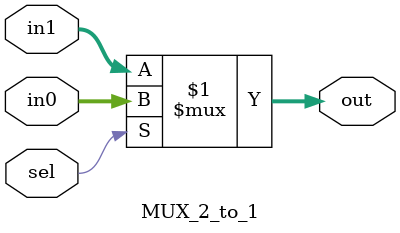
<source format=v>
module MUX_2_to_1 #(
    parameter inst_SIZE = 16
) (
    input   wire                    sel,
    input   wire    [inst_SIZE-1:0] in0,
    input   wire    [inst_SIZE-1:0] in1,

    output  wire    [inst_SIZE-1:0] out
);

    assign out = sel ? in0 : in1;
    
endmodule
</source>
